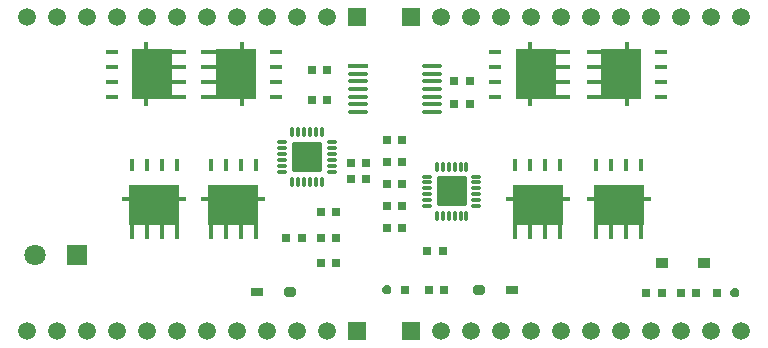
<source format=gbr>
G04*
G04 #@! TF.GenerationSoftware,Altium Limited,Altium Designer,23.8.1 (32)*
G04*
G04 Layer_Color=255*
%FSLAX25Y25*%
%MOIN*%
G70*
G04*
G04 #@! TF.SameCoordinates,08085802-0E6A-4E4E-A806-44F487ACA516*
G04*
G04*
G04 #@! TF.FilePolarity,Positive*
G04*
G01*
G75*
G04:AMPARAMS|DCode=23|XSize=100.39mil|YSize=100.39mil|CornerRadius=5.02mil|HoleSize=0mil|Usage=FLASHONLY|Rotation=180.000|XOffset=0mil|YOffset=0mil|HoleType=Round|Shape=RoundedRectangle|*
%AMROUNDEDRECTD23*
21,1,0.10039,0.09035,0,0,180.0*
21,1,0.09035,0.10039,0,0,180.0*
1,1,0.01004,-0.04518,0.04518*
1,1,0.01004,0.04518,0.04518*
1,1,0.01004,0.04518,-0.04518*
1,1,0.01004,-0.04518,-0.04518*
%
%ADD23ROUNDEDRECTD23*%
%ADD24O,0.01181X0.03937*%
%ADD25O,0.03937X0.01181*%
%ADD26R,0.03000X0.03000*%
%ADD27R,0.03937X0.03347*%
%ADD28R,0.16732X0.13780*%
%ADD29R,0.01772X0.06299*%
%ADD30R,0.01772X0.04331*%
%ADD31R,0.21654X0.01181*%
%ADD32R,0.13780X0.16732*%
%ADD33R,0.06299X0.01772*%
%ADD34R,0.04331X0.01772*%
%ADD35R,0.01181X0.21654*%
G04:AMPARAMS|DCode=36|XSize=30mil|YSize=30mil|CornerRadius=0mil|HoleSize=0mil|Usage=FLASHONLY|Rotation=180.000|XOffset=0mil|YOffset=0mil|HoleType=Round|Shape=Octagon|*
%AMOCTAGOND36*
4,1,8,-0.01500,0.00750,-0.01500,-0.00750,-0.00750,-0.01500,0.00750,-0.01500,0.01500,-0.00750,0.01500,0.00750,0.00750,0.01500,-0.00750,0.01500,-0.01500,0.00750,0.0*
%
%ADD36OCTAGOND36*%

G04:AMPARAMS|DCode=37|XSize=100.39mil|YSize=100.39mil|CornerRadius=5.02mil|HoleSize=0mil|Usage=FLASHONLY|Rotation=90.000|XOffset=0mil|YOffset=0mil|HoleType=Round|Shape=RoundedRectangle|*
%AMROUNDEDRECTD37*
21,1,0.10039,0.09035,0,0,90.0*
21,1,0.09035,0.10039,0,0,90.0*
1,1,0.01004,0.04518,0.04518*
1,1,0.01004,0.04518,-0.04518*
1,1,0.01004,-0.04518,-0.04518*
1,1,0.01004,-0.04518,0.04518*
%
%ADD37ROUNDEDRECTD37*%
%ADD38R,0.06693X0.01378*%
%ADD39O,0.06693X0.01378*%
%ADD40R,0.03937X0.03150*%
G04:AMPARAMS|DCode=41|XSize=39.37mil|YSize=31.5mil|CornerRadius=0mil|HoleSize=0mil|Usage=FLASHONLY|Rotation=0.000|XOffset=0mil|YOffset=0mil|HoleType=Round|Shape=Octagon|*
%AMOCTAGOND41*
4,1,8,0.01968,-0.00787,0.01968,0.00787,0.01181,0.01575,-0.01181,0.01575,-0.01968,0.00787,-0.01968,-0.00787,-0.01181,-0.01575,0.01181,-0.01575,0.01968,-0.00787,0.0*
%
%ADD41OCTAGOND41*%

%ADD67R,0.07087X0.07087*%
%ADD68C,0.07087*%
%ADD69R,0.05906X0.05906*%
%ADD70C,0.05906*%
D23*
X280232Y253953D02*
D03*
D24*
X275311Y245685D02*
D03*
X277279D02*
D03*
X279248D02*
D03*
X281217D02*
D03*
X283185D02*
D03*
X285154D02*
D03*
Y262221D02*
D03*
X283185D02*
D03*
X281217D02*
D03*
X279248D02*
D03*
X277279D02*
D03*
X275311D02*
D03*
X323579Y234232D02*
D03*
X325547D02*
D03*
X327516D02*
D03*
X329484D02*
D03*
X331453D02*
D03*
X333421D02*
D03*
Y250768D02*
D03*
X331453D02*
D03*
X329484D02*
D03*
X327516D02*
D03*
X325547D02*
D03*
X323579D02*
D03*
D25*
X288500Y249031D02*
D03*
Y251000D02*
D03*
Y252969D02*
D03*
Y254937D02*
D03*
Y256906D02*
D03*
Y258874D02*
D03*
X271965D02*
D03*
Y256906D02*
D03*
Y254937D02*
D03*
Y252969D02*
D03*
Y251000D02*
D03*
Y249031D02*
D03*
X320232Y247421D02*
D03*
Y245453D02*
D03*
Y243484D02*
D03*
Y241516D02*
D03*
Y239547D02*
D03*
Y237579D02*
D03*
X336768D02*
D03*
Y239547D02*
D03*
Y241516D02*
D03*
Y243484D02*
D03*
Y245453D02*
D03*
Y247421D02*
D03*
D26*
X398500Y208500D02*
D03*
X393382D02*
D03*
X334459Y279400D02*
D03*
X329341D02*
D03*
X329441Y271500D02*
D03*
X334559D02*
D03*
X281883Y283001D02*
D03*
X287001D02*
D03*
X281883Y273001D02*
D03*
X287001D02*
D03*
X320941Y209500D02*
D03*
X326059D02*
D03*
X313000Y209500D02*
D03*
X312059Y259500D02*
D03*
X306941D02*
D03*
X325559Y222500D02*
D03*
X320441D02*
D03*
X306941Y230300D02*
D03*
X312059D02*
D03*
X312060Y237600D02*
D03*
X306942D02*
D03*
X306941Y244900D02*
D03*
X312059D02*
D03*
Y252200D02*
D03*
X306941D02*
D03*
X294941Y252000D02*
D03*
X300059D02*
D03*
X294941Y246500D02*
D03*
X300059D02*
D03*
X290059Y235500D02*
D03*
X284941D02*
D03*
Y227000D02*
D03*
X290059D02*
D03*
Y218500D02*
D03*
X284941D02*
D03*
X278559Y227000D02*
D03*
X273441D02*
D03*
X410000Y208500D02*
D03*
X404882D02*
D03*
X416882D02*
D03*
D27*
X412500Y218500D02*
D03*
X398721D02*
D03*
D28*
X384244Y238032D02*
D03*
X357256D02*
D03*
X255713D02*
D03*
X229287D02*
D03*
D29*
X391744Y229567D02*
D03*
X386744D02*
D03*
X381744D02*
D03*
X376744D02*
D03*
X364756D02*
D03*
X359756D02*
D03*
X354756D02*
D03*
X349756D02*
D03*
X248213D02*
D03*
X253213D02*
D03*
X258213D02*
D03*
X263213D02*
D03*
X221787D02*
D03*
X226787D02*
D03*
X231787D02*
D03*
X236787D02*
D03*
D30*
X391744Y251417D02*
D03*
X386744D02*
D03*
X381744D02*
D03*
X376744D02*
D03*
X364756D02*
D03*
X359756D02*
D03*
X354756D02*
D03*
X349756D02*
D03*
X248213D02*
D03*
X253213D02*
D03*
X258213D02*
D03*
X263213D02*
D03*
X221787D02*
D03*
X226787D02*
D03*
X231787D02*
D03*
X236787D02*
D03*
D31*
X384244Y240000D02*
D03*
X357256D02*
D03*
X255713D02*
D03*
X229287D02*
D03*
D32*
X385032Y281500D02*
D03*
X356469Y281500D02*
D03*
X228500D02*
D03*
X256500Y281500D02*
D03*
D33*
X376567Y274000D02*
D03*
Y279000D02*
D03*
Y284000D02*
D03*
Y289000D02*
D03*
X364933Y289000D02*
D03*
Y284000D02*
D03*
Y279000D02*
D03*
Y274000D02*
D03*
X236965Y289000D02*
D03*
Y284000D02*
D03*
Y279000D02*
D03*
Y274000D02*
D03*
X248035Y289000D02*
D03*
Y284000D02*
D03*
Y279000D02*
D03*
Y274000D02*
D03*
D34*
X398417D02*
D03*
Y279000D02*
D03*
Y284000D02*
D03*
Y289000D02*
D03*
X343083Y289000D02*
D03*
Y284000D02*
D03*
Y279000D02*
D03*
Y274000D02*
D03*
X215114Y289000D02*
D03*
Y284000D02*
D03*
Y279000D02*
D03*
Y274000D02*
D03*
X269886Y289000D02*
D03*
Y284000D02*
D03*
Y279000D02*
D03*
Y274000D02*
D03*
D35*
X387000Y281500D02*
D03*
X354500D02*
D03*
X226532D02*
D03*
X258469D02*
D03*
D36*
X306882Y209500D02*
D03*
X423000Y208500D02*
D03*
D37*
X328500Y242500D02*
D03*
D38*
X297197Y284295D02*
D03*
D39*
Y281736D02*
D03*
Y279177D02*
D03*
Y276618D02*
D03*
Y274059D02*
D03*
Y271500D02*
D03*
Y268941D02*
D03*
X322000D02*
D03*
Y271500D02*
D03*
Y274059D02*
D03*
Y276618D02*
D03*
Y279177D02*
D03*
Y281736D02*
D03*
Y284295D02*
D03*
D40*
X263488Y209000D02*
D03*
X348512Y209500D02*
D03*
D41*
X274512Y209000D02*
D03*
X337488Y209500D02*
D03*
D67*
X203500Y221200D02*
D03*
D68*
X189720D02*
D03*
D69*
X297000Y196000D02*
D03*
X315000D02*
D03*
Y300500D02*
D03*
X297000D02*
D03*
D70*
X287000Y196000D02*
D03*
X277000D02*
D03*
X267000D02*
D03*
X257000D02*
D03*
X247000D02*
D03*
X237000D02*
D03*
X227000D02*
D03*
X217000D02*
D03*
X207000D02*
D03*
X197000D02*
D03*
X187000D02*
D03*
X325000D02*
D03*
X335000D02*
D03*
X345000D02*
D03*
X355000D02*
D03*
X365000D02*
D03*
X375000D02*
D03*
X385000D02*
D03*
X395000D02*
D03*
X405000D02*
D03*
X415000D02*
D03*
X425000D02*
D03*
X325000Y300500D02*
D03*
X335000D02*
D03*
X345000D02*
D03*
X355000D02*
D03*
X365000D02*
D03*
X375000D02*
D03*
X385000D02*
D03*
X395000D02*
D03*
X405000D02*
D03*
X415000D02*
D03*
X425000D02*
D03*
X187000D02*
D03*
X197000D02*
D03*
X207000D02*
D03*
X217000D02*
D03*
X227000D02*
D03*
X237000D02*
D03*
X247000D02*
D03*
X257000D02*
D03*
X267000D02*
D03*
X277000D02*
D03*
X287000D02*
D03*
M02*

</source>
